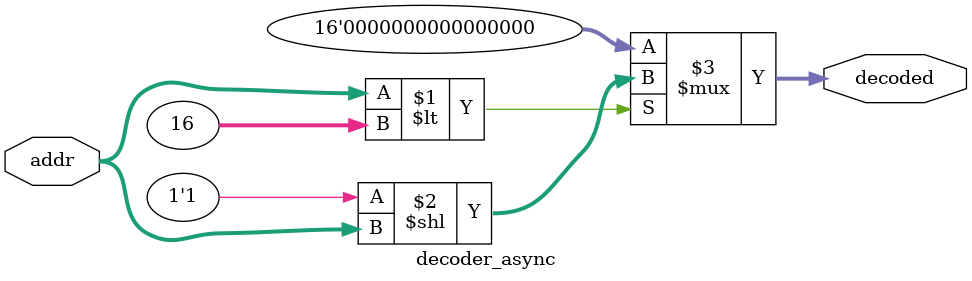
<source format=sv>
module decoder_async #(parameter AW=4, DW=16) (
    input [AW-1:0] addr,
    output [DW-1:0] decoded
);
    assign decoded = (addr < DW) ? (1'b1 << addr) : {DW{1'b0}};
endmodule
</source>
